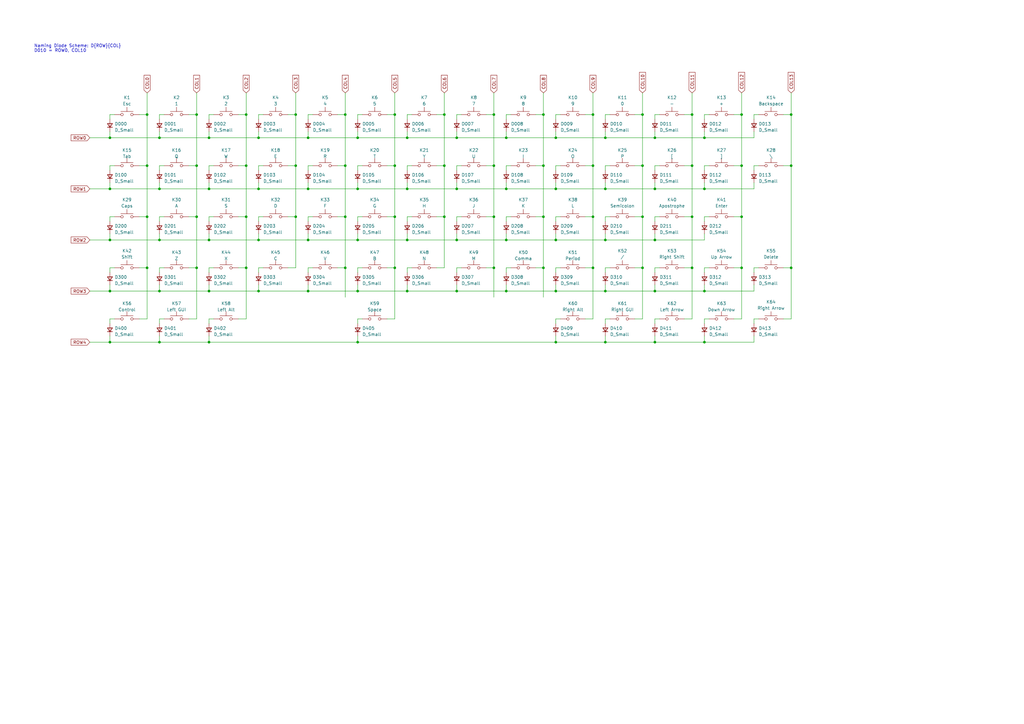
<source format=kicad_sch>
(kicad_sch (version 20230121) (generator eeschema)
  (paper "A3")
  (junction (at 283.845 67.945))
  (junction (at 65.405 140.335))
  (junction (at 167.005 56.515))
  (junction (at 106.045 56.515))
  (junction (at 85.725 119.38))
  (junction (at 45.085 98.425))
  (junction (at 182.245 46.99))
  (junction (at 283.845 46.99))
  (junction (at 227.965 77.47))
  (junction (at 121.285 88.9))
  (junction (at 65.405 98.425))
  (junction (at 106.045 98.425))
  (junction (at 248.285 77.47))
  (junction (at 85.725 77.47))
  (junction (at 85.725 140.335))
  (junction (at 60.325 67.945))
  (junction (at 268.605 140.335))
  (junction (at 80.645 88.9))
  (junction (at 304.165 67.945))
  (junction (at 187.325 119.38))
  (junction (at 126.365 56.515))
  (junction (at 222.885 67.945))
  (junction (at 324.485 67.945))
  (junction (at 146.685 119.38))
  (junction (at 187.325 56.515))
  (junction (at 100.965 88.9))
  (junction (at 268.605 56.515))
  (junction (at 248.285 140.335))
  (junction (at 60.325 46.99))
  (junction (at 167.005 119.38))
  (junction (at 100.965 46.99))
  (junction (at 207.645 98.425))
  (junction (at 263.525 67.945))
  (junction (at 288.925 77.47))
  (junction (at 60.325 109.855))
  (junction (at 146.685 98.425))
  (junction (at 65.405 56.515))
  (junction (at 146.685 140.335))
  (junction (at 187.325 77.47))
  (junction (at 161.925 88.9))
  (junction (at 248.285 98.425))
  (junction (at 45.085 56.515))
  (junction (at 243.205 46.99))
  (junction (at 222.885 109.855))
  (junction (at 146.685 77.47))
  (junction (at 227.965 119.38))
  (junction (at 263.525 109.855))
  (junction (at 304.165 88.9))
  (junction (at 202.565 46.99))
  (junction (at 288.925 140.335))
  (junction (at 268.605 119.38))
  (junction (at 80.645 46.99))
  (junction (at 126.365 119.38))
  (junction (at 141.605 67.945))
  (junction (at 161.925 67.945))
  (junction (at 202.565 109.855))
  (junction (at 187.325 98.425))
  (junction (at 85.725 56.515))
  (junction (at 243.205 88.9))
  (junction (at 268.605 77.47))
  (junction (at 263.525 46.99))
  (junction (at 182.245 88.9))
  (junction (at 126.365 77.47))
  (junction (at 263.525 88.9))
  (junction (at 227.965 56.515))
  (junction (at 167.005 98.425))
  (junction (at 167.005 77.47))
  (junction (at 227.965 98.425))
  (junction (at 60.325 88.9))
  (junction (at 182.245 67.945))
  (junction (at 268.605 98.425))
  (junction (at 100.965 67.945))
  (junction (at 304.165 46.99))
  (junction (at 80.645 67.945))
  (junction (at 100.965 109.855))
  (junction (at 85.725 98.425))
  (junction (at 202.565 67.945))
  (junction (at 222.885 46.99))
  (junction (at 141.605 46.99))
  (junction (at 288.925 56.515))
  (junction (at 207.645 77.47))
  (junction (at 283.845 88.9))
  (junction (at 45.085 119.38))
  (junction (at 45.085 77.47))
  (junction (at 227.965 140.335))
  (junction (at 324.485 109.855))
  (junction (at 65.405 119.38))
  (junction (at 248.285 56.515))
  (junction (at 207.645 119.38))
  (junction (at 45.085 140.335))
  (junction (at 106.045 119.38))
  (junction (at 80.645 109.855))
  (junction (at 106.045 77.47))
  (junction (at 283.845 109.855))
  (junction (at 161.925 46.99))
  (junction (at 141.605 88.9))
  (junction (at 222.885 88.9))
  (junction (at 126.365 98.425))
  (junction (at 141.605 109.855))
  (junction (at 202.565 88.9))
  (junction (at 161.925 109.855))
  (junction (at 65.405 77.47))
  (junction (at 324.485 46.99))
  (junction (at 248.285 119.38))
  (junction (at 304.165 109.855))
  (junction (at 121.285 67.945))
  (junction (at 121.285 46.99))
  (junction (at 243.205 109.855))
  (junction (at 146.685 56.515))
  (junction (at 243.205 67.945))
  (junction (at 207.645 56.515))
  (junction (at 288.925 119.38))
  (wire (pts (xy 270.51 46.99) (xy 268.605 46.99)))
  (wire (pts (xy 146.685 88.9) (xy 146.685 90.805)))
  (wire (pts (xy 65.405 130.81) (xy 65.405 132.715)))
  (wire (pts (xy 45.085 98.425) (xy 65.405 98.425)))
  (wire (pts (xy 85.725 116.84) (xy 85.725 119.38)))
  (wire (pts (xy 118.11 109.855) (xy 121.285 109.855)))
  (wire (pts (xy 106.045 46.99) (xy 106.045 48.895)))
  (wire (pts (xy 229.87 109.855) (xy 227.965 109.855)))
  (wire (pts (xy 309.245 137.795) (xy 309.245 140.335)))
  (wire (pts (xy 77.47 109.855) (xy 80.645 109.855)))
  (wire (pts (xy 304.165 38.1) (xy 304.165 46.99)))
  (wire (pts (xy 146.685 140.335) (xy 227.965 140.335)))
  (wire (pts (xy 179.07 88.9) (xy 182.245 88.9)))
  (wire (pts (xy 248.285 98.425) (xy 268.605 98.425)))
  (wire (pts (xy 80.645 88.9) (xy 80.645 109.855)))
  (wire (pts (xy 283.845 109.855) (xy 283.845 130.81)))
  (wire (pts (xy 202.565 88.9) (xy 202.565 109.855)))
  (wire (pts (xy 311.15 46.99) (xy 309.245 46.99)))
  (wire (pts (xy 207.645 67.945) (xy 207.645 69.85)))
  (wire (pts (xy 268.605 130.81) (xy 268.605 132.715)))
  (wire (pts (xy 167.005 119.38) (xy 187.325 119.38)))
  (wire (pts (xy 146.685 109.855) (xy 146.685 111.76)))
  (wire (pts (xy 288.925 77.47) (xy 309.245 77.47)))
  (wire (pts (xy 187.325 46.99) (xy 187.325 48.895)))
  (wire (pts (xy 304.165 88.9) (xy 304.165 109.855)))
  (wire (pts (xy 57.15 67.945) (xy 60.325 67.945)))
  (wire (pts (xy 106.045 77.47) (xy 126.365 77.47)))
  (wire (pts (xy 268.605 67.945) (xy 268.605 69.85)))
  (wire (pts (xy 65.405 95.885) (xy 65.405 98.425)))
  (wire (pts (xy 161.925 38.1) (xy 161.925 46.99)))
  (wire (pts (xy 288.925 46.99) (xy 288.925 48.895)))
  (wire (pts (xy 77.47 130.81) (xy 80.645 130.81)))
  (wire (pts (xy 243.205 46.99) (xy 243.205 67.945)))
  (wire (pts (xy 107.95 109.855) (xy 106.045 109.855)))
  (wire (pts (xy 65.405 88.9) (xy 65.405 90.805)))
  (wire (pts (xy 167.005 98.425) (xy 187.325 98.425)))
  (wire (pts (xy 187.325 74.93) (xy 187.325 77.47)))
  (wire (pts (xy 199.39 67.945) (xy 202.565 67.945)))
  (wire (pts (xy 179.07 109.855) (xy 182.245 109.855)))
  (wire (pts (xy 126.365 98.425) (xy 146.685 98.425)))
  (wire (pts (xy 209.55 67.945) (xy 207.645 67.945)))
  (wire (pts (xy 304.165 67.945) (xy 304.165 88.9)))
  (wire (pts (xy 57.15 88.9) (xy 60.325 88.9)))
  (wire (pts (xy 179.07 67.945) (xy 182.245 67.945)))
  (wire (pts (xy 260.35 130.81) (xy 263.525 130.81)))
  (wire (pts (xy 229.87 67.945) (xy 227.965 67.945)))
  (wire (pts (xy 227.965 56.515) (xy 248.285 56.515)))
  (wire (pts (xy 121.285 38.1) (xy 121.285 46.99)))
  (wire (pts (xy 300.99 67.945) (xy 304.165 67.945)))
  (wire (pts (xy 229.87 46.99) (xy 227.965 46.99)))
  (wire (pts (xy 202.565 38.1) (xy 202.565 46.99)))
  (wire (pts (xy 146.685 74.93) (xy 146.685 77.47)))
  (wire (pts (xy 290.83 46.99) (xy 288.925 46.99)))
  (wire (pts (xy 118.11 67.945) (xy 121.285 67.945)))
  (wire (pts (xy 167.005 53.975) (xy 167.005 56.515)))
  (wire (pts (xy 263.525 46.99) (xy 263.525 67.945)))
  (wire (pts (xy 187.325 88.9) (xy 187.325 90.805)))
  (wire (pts (xy 227.965 67.945) (xy 227.965 69.85)))
  (wire (pts (xy 45.085 137.795) (xy 45.085 140.335)))
  (wire (pts (xy 219.71 46.99) (xy 222.885 46.99)))
  (wire (pts (xy 270.51 130.81) (xy 268.605 130.81)))
  (wire (pts (xy 138.43 67.945) (xy 141.605 67.945)))
  (wire (pts (xy 45.085 119.38) (xy 65.405 119.38)))
  (wire (pts (xy 227.965 140.335) (xy 248.285 140.335)))
  (wire (pts (xy 107.95 88.9) (xy 106.045 88.9)))
  (wire (pts (xy 87.63 46.99) (xy 85.725 46.99)))
  (wire (pts (xy 85.725 130.81) (xy 85.725 132.715)))
  (wire (pts (xy 309.245 53.975) (xy 309.245 56.515)))
  (wire (pts (xy 189.23 109.855) (xy 187.325 109.855)))
  (wire (pts (xy 106.045 109.855) (xy 106.045 111.76)))
  (wire (pts (xy 141.605 109.855) (xy 141.605 121.92)))
  (wire (pts (xy 126.365 77.47) (xy 146.685 77.47)))
  (wire (pts (xy 227.965 46.99) (xy 227.965 48.895)))
  (wire (pts (xy 227.965 119.38) (xy 248.285 119.38)))
  (wire (pts (xy 118.11 88.9) (xy 121.285 88.9)))
  (wire (pts (xy 288.925 137.795) (xy 288.925 140.335)))
  (wire (pts (xy 182.245 38.1) (xy 182.245 46.99)))
  (wire (pts (xy 65.405 137.795) (xy 65.405 140.335)))
  (wire (pts (xy 268.605 109.855) (xy 268.605 111.76)))
  (wire (pts (xy 60.325 38.1) (xy 60.325 46.99)))
  (wire (pts (xy 229.87 88.9) (xy 227.965 88.9)))
  (wire (pts (xy 126.365 88.9) (xy 126.365 90.805)))
  (wire (pts (xy 263.525 109.855) (xy 263.525 130.81)))
  (wire (pts (xy 187.325 77.47) (xy 207.645 77.47)))
  (wire (pts (xy 126.365 109.855) (xy 126.365 111.76)))
  (wire (pts (xy 167.005 56.515) (xy 187.325 56.515)))
  (wire (pts (xy 248.285 88.9) (xy 248.285 90.805)))
  (wire (pts (xy 250.19 67.945) (xy 248.285 67.945)))
  (wire (pts (xy 321.31 130.81) (xy 324.485 130.81)))
  (wire (pts (xy 300.99 46.99) (xy 304.165 46.99)))
  (wire (pts (xy 311.15 67.945) (xy 309.245 67.945)))
  (wire (pts (xy 45.085 109.855) (xy 45.085 111.76)))
  (wire (pts (xy 60.325 67.945) (xy 60.325 88.9)))
  (wire (pts (xy 100.965 38.1) (xy 100.965 46.99)))
  (wire (pts (xy 107.95 67.945) (xy 106.045 67.945)))
  (wire (pts (xy 207.645 95.885) (xy 207.645 98.425)))
  (wire (pts (xy 146.685 130.81) (xy 146.685 132.715)))
  (wire (pts (xy 65.405 109.855) (xy 65.405 111.76)))
  (wire (pts (xy 219.71 109.855) (xy 222.885 109.855)))
  (wire (pts (xy 207.645 116.84) (xy 207.645 119.38)))
  (wire (pts (xy 187.325 98.425) (xy 207.645 98.425)))
  (wire (pts (xy 45.085 67.945) (xy 45.085 69.85)))
  (wire (pts (xy 227.965 88.9) (xy 227.965 90.805)))
  (wire (pts (xy 199.39 46.99) (xy 202.565 46.99)))
  (wire (pts (xy 187.325 67.945) (xy 187.325 69.85)))
  (wire (pts (xy 146.685 95.885) (xy 146.685 98.425)))
  (wire (pts (xy 248.285 77.47) (xy 268.605 77.47)))
  (wire (pts (xy 202.565 109.855) (xy 202.565 121.92)))
  (wire (pts (xy 65.405 98.425) (xy 85.725 98.425)))
  (wire (pts (xy 240.03 67.945) (xy 243.205 67.945)))
  (wire (pts (xy 65.405 53.975) (xy 65.405 56.515)))
  (wire (pts (xy 126.365 95.885) (xy 126.365 98.425)))
  (wire (pts (xy 288.925 140.335) (xy 309.245 140.335)))
  (wire (pts (xy 182.245 46.99) (xy 182.245 67.945)))
  (wire (pts (xy 300.99 130.81) (xy 304.165 130.81)))
  (wire (pts (xy 189.23 46.99) (xy 187.325 46.99)))
  (wire (pts (xy 87.63 67.945) (xy 85.725 67.945)))
  (wire (pts (xy 202.565 46.99) (xy 202.565 67.945)))
  (wire (pts (xy 222.885 46.99) (xy 222.885 67.945)))
  (wire (pts (xy 309.245 130.81) (xy 309.245 132.715)))
  (wire (pts (xy 300.99 88.9) (xy 304.165 88.9)))
  (wire (pts (xy 288.925 88.9) (xy 288.925 90.805)))
  (wire (pts (xy 85.725 46.99) (xy 85.725 48.895)))
  (wire (pts (xy 283.845 38.1) (xy 283.845 46.99)))
  (wire (pts (xy 248.285 46.99) (xy 248.285 48.895)))
  (wire (pts (xy 126.365 119.38) (xy 146.685 119.38)))
  (wire (pts (xy 167.005 88.9) (xy 167.005 90.805)))
  (wire (pts (xy 270.51 88.9) (xy 268.605 88.9)))
  (wire (pts (xy 146.685 46.99) (xy 146.685 48.895)))
  (wire (pts (xy 168.91 88.9) (xy 167.005 88.9)))
  (wire (pts (xy 300.99 109.855) (xy 304.165 109.855)))
  (wire (pts (xy 250.19 130.81) (xy 248.285 130.81)))
  (wire (pts (xy 106.045 119.38) (xy 126.365 119.38)))
  (wire (pts (xy 118.11 46.99) (xy 121.285 46.99)))
  (wire (pts (xy 199.39 109.855) (xy 202.565 109.855)))
  (wire (pts (xy 161.925 109.855) (xy 161.925 130.81)))
  (wire (pts (xy 46.99 88.9) (xy 45.085 88.9)))
  (wire (pts (xy 36.83 119.38) (xy 45.085 119.38)))
  (wire (pts (xy 187.325 119.38) (xy 207.645 119.38)))
  (wire (pts (xy 128.27 88.9) (xy 126.365 88.9)))
  (wire (pts (xy 107.95 46.99) (xy 106.045 46.99)))
  (wire (pts (xy 288.925 74.93) (xy 288.925 77.47)))
  (wire (pts (xy 45.085 53.975) (xy 45.085 56.515)))
  (wire (pts (xy 324.485 109.855) (xy 324.485 130.81)))
  (wire (pts (xy 268.605 88.9) (xy 268.605 90.805)))
  (wire (pts (xy 100.965 67.945) (xy 100.965 88.9)))
  (wire (pts (xy 179.07 46.99) (xy 182.245 46.99)))
  (wire (pts (xy 283.845 88.9) (xy 283.845 109.855)))
  (wire (pts (xy 85.725 140.335) (xy 146.685 140.335)))
  (wire (pts (xy 219.71 88.9) (xy 222.885 88.9)))
  (wire (pts (xy 227.965 98.425) (xy 248.285 98.425)))
  (wire (pts (xy 106.045 88.9) (xy 106.045 90.805)))
  (wire (pts (xy 250.19 88.9) (xy 248.285 88.9)))
  (wire (pts (xy 87.63 88.9) (xy 85.725 88.9)))
  (wire (pts (xy 207.645 56.515) (xy 227.965 56.515)))
  (wire (pts (xy 45.085 140.335) (xy 65.405 140.335)))
  (wire (pts (xy 207.645 98.425) (xy 227.965 98.425)))
  (wire (pts (xy 248.285 56.515) (xy 268.605 56.515)))
  (wire (pts (xy 222.885 38.1) (xy 222.885 46.99)))
  (wire (pts (xy 106.045 74.93) (xy 106.045 77.47)))
  (wire (pts (xy 80.645 109.855) (xy 80.645 130.81)))
  (wire (pts (xy 85.725 67.945) (xy 85.725 69.85)))
  (wire (pts (xy 168.91 67.945) (xy 167.005 67.945)))
  (wire (pts (xy 248.285 116.84) (xy 248.285 119.38)))
  (wire (pts (xy 268.605 56.515) (xy 288.925 56.515)))
  (wire (pts (xy 65.405 119.38) (xy 85.725 119.38)))
  (wire (pts (xy 268.605 140.335) (xy 288.925 140.335)))
  (wire (pts (xy 85.725 77.47) (xy 106.045 77.47)))
  (wire (pts (xy 161.925 88.9) (xy 161.925 109.855)))
  (wire (pts (xy 45.085 95.885) (xy 45.085 98.425)))
  (wire (pts (xy 227.965 130.81) (xy 227.965 132.715)))
  (wire (pts (xy 248.285 53.975) (xy 248.285 56.515)))
  (wire (pts (xy 65.405 77.47) (xy 85.725 77.47)))
  (wire (pts (xy 304.165 109.855) (xy 304.165 130.81)))
  (wire (pts (xy 126.365 56.515) (xy 146.685 56.515)))
  (wire (pts (xy 45.085 74.93) (xy 45.085 77.47)))
  (wire (pts (xy 100.965 88.9) (xy 100.965 109.855)))
  (wire (pts (xy 77.47 67.945) (xy 80.645 67.945)))
  (wire (pts (xy 36.83 77.47) (xy 45.085 77.47)))
  (wire (pts (xy 46.99 109.855) (xy 45.085 109.855)))
  (wire (pts (xy 65.405 56.515) (xy 85.725 56.515)))
  (wire (pts (xy 227.965 137.795) (xy 227.965 140.335)))
  (wire (pts (xy 268.605 137.795) (xy 268.605 140.335)))
  (wire (pts (xy 288.925 116.84) (xy 288.925 119.38)))
  (wire (pts (xy 167.005 67.945) (xy 167.005 69.85)))
  (wire (pts (xy 138.43 88.9) (xy 141.605 88.9)))
  (wire (pts (xy 65.405 140.335) (xy 85.725 140.335)))
  (wire (pts (xy 309.245 116.84) (xy 309.245 119.38)))
  (wire (pts (xy 146.685 77.47) (xy 167.005 77.47)))
  (wire (pts (xy 36.83 56.515) (xy 45.085 56.515)))
  (wire (pts (xy 121.285 46.99) (xy 121.285 67.945)))
  (wire (pts (xy 209.55 46.99) (xy 207.645 46.99)))
  (wire (pts (xy 138.43 109.855) (xy 141.605 109.855)))
  (wire (pts (xy 45.085 46.99) (xy 45.085 48.895)))
  (wire (pts (xy 280.67 130.81) (xy 283.845 130.81)))
  (wire (pts (xy 46.99 67.945) (xy 45.085 67.945)))
  (wire (pts (xy 67.31 67.945) (xy 65.405 67.945)))
  (wire (pts (xy 290.83 130.81) (xy 288.925 130.81)))
  (wire (pts (xy 161.925 46.99) (xy 161.925 67.945)))
  (wire (pts (xy 87.63 109.855) (xy 85.725 109.855)))
  (wire (pts (xy 148.59 109.855) (xy 146.685 109.855)))
  (wire (pts (xy 270.51 67.945) (xy 268.605 67.945)))
  (wire (pts (xy 288.925 130.81) (xy 288.925 132.715)))
  (wire (pts (xy 207.645 74.93) (xy 207.645 77.47)))
  (wire (pts (xy 207.645 53.975) (xy 207.645 56.515)))
  (wire (pts (xy 243.205 109.855) (xy 243.205 130.81)))
  (wire (pts (xy 85.725 109.855) (xy 85.725 111.76)))
  (wire (pts (xy 263.525 67.945) (xy 263.525 88.9)))
  (wire (pts (xy 146.685 116.84) (xy 146.685 119.38)))
  (wire (pts (xy 128.27 109.855) (xy 126.365 109.855)))
  (wire (pts (xy 65.405 74.93) (xy 65.405 77.47)))
  (wire (pts (xy 121.285 67.945) (xy 121.285 88.9)))
  (wire (pts (xy 280.67 46.99) (xy 283.845 46.99)))
  (wire (pts (xy 324.485 67.945) (xy 324.485 109.855)))
  (wire (pts (xy 187.325 116.84) (xy 187.325 119.38)))
  (wire (pts (xy 182.245 67.945) (xy 182.245 88.9)))
  (wire (pts (xy 283.845 46.99) (xy 283.845 67.945)))
  (wire (pts (xy 248.285 140.335) (xy 268.605 140.335)))
  (wire (pts (xy 146.685 119.38) (xy 167.005 119.38)))
  (wire (pts (xy 148.59 88.9) (xy 146.685 88.9)))
  (wire (pts (xy 60.325 46.99) (xy 60.325 67.945)))
  (wire (pts (xy 227.965 116.84) (xy 227.965 119.38)))
  (wire (pts (xy 45.085 130.81) (xy 45.085 132.715)))
  (wire (pts (xy 187.325 109.855) (xy 187.325 111.76)))
  (wire (pts (xy 141.605 38.1) (xy 141.605 46.99)))
  (wire (pts (xy 146.685 56.515) (xy 167.005 56.515)))
  (wire (pts (xy 268.605 98.425) (xy 288.925 98.425)))
  (wire (pts (xy 248.285 130.81) (xy 248.285 132.715)))
  (wire (pts (xy 268.605 53.975) (xy 268.605 56.515)))
  (wire (pts (xy 270.51 109.855) (xy 268.605 109.855)))
  (wire (pts (xy 65.405 67.945) (xy 65.405 69.85)))
  (wire (pts (xy 65.405 46.99) (xy 65.405 48.895)))
  (wire (pts (xy 128.27 67.945) (xy 126.365 67.945)))
  (wire (pts (xy 126.365 74.93) (xy 126.365 77.47)))
  (wire (pts (xy 268.605 119.38) (xy 288.925 119.38)))
  (wire (pts (xy 288.925 67.945) (xy 288.925 69.85)))
  (wire (pts (xy 100.965 46.99) (xy 100.965 67.945)))
  (wire (pts (xy 290.83 88.9) (xy 288.925 88.9)))
  (wire (pts (xy 288.925 56.515) (xy 309.245 56.515)))
  (wire (pts (xy 87.63 130.81) (xy 85.725 130.81)))
  (wire (pts (xy 161.925 67.945) (xy 161.925 88.9)))
  (wire (pts (xy 227.965 109.855) (xy 227.965 111.76)))
  (wire (pts (xy 106.045 67.945) (xy 106.045 69.85)))
  (wire (pts (xy 168.91 109.855) (xy 167.005 109.855)))
  (wire (pts (xy 106.045 53.975) (xy 106.045 56.515)))
  (wire (pts (xy 268.605 95.885) (xy 268.605 98.425)))
  (wire (pts (xy 240.03 88.9) (xy 243.205 88.9)))
  (wire (pts (xy 222.885 67.945) (xy 222.885 88.9)))
  (wire (pts (xy 260.35 46.99) (xy 263.525 46.99)))
  (wire (pts (xy 187.325 56.515) (xy 207.645 56.515)))
  (wire (pts (xy 36.83 140.335) (xy 45.085 140.335)))
  (wire (pts (xy 309.245 46.99) (xy 309.245 48.895)))
  (wire (pts (xy 288.925 95.885) (xy 288.925 98.425)))
  (wire (pts (xy 321.31 67.945) (xy 324.485 67.945)))
  (wire (pts (xy 199.39 88.9) (xy 202.565 88.9)))
  (wire (pts (xy 207.645 88.9) (xy 207.645 90.805)))
  (wire (pts (xy 148.59 67.945) (xy 146.685 67.945)))
  (wire (pts (xy 158.75 130.81) (xy 161.925 130.81)))
  (wire (pts (xy 240.03 130.81) (xy 243.205 130.81)))
  (wire (pts (xy 158.75 88.9) (xy 161.925 88.9)))
  (wire (pts (xy 207.645 77.47) (xy 227.965 77.47)))
  (wire (pts (xy 148.59 46.99) (xy 146.685 46.99)))
  (wire (pts (xy 126.365 53.975) (xy 126.365 56.515)))
  (wire (pts (xy 167.005 46.99) (xy 167.005 48.895)))
  (wire (pts (xy 80.645 46.99) (xy 80.645 67.945)))
  (wire (pts (xy 46.99 46.99) (xy 45.085 46.99)))
  (wire (pts (xy 141.605 67.945) (xy 141.605 88.9)))
  (wire (pts (xy 67.31 46.99) (xy 65.405 46.99)))
  (wire (pts (xy 219.71 67.945) (xy 222.885 67.945)))
  (wire (pts (xy 229.87 130.81) (xy 227.965 130.81)))
  (wire (pts (xy 248.285 137.795) (xy 248.285 140.335)))
  (wire (pts (xy 167.005 116.84) (xy 167.005 119.38)))
  (wire (pts (xy 126.365 46.99) (xy 126.365 48.895)))
  (wire (pts (xy 106.045 56.515) (xy 126.365 56.515)))
  (wire (pts (xy 309.245 67.945) (xy 309.245 69.85)))
  (wire (pts (xy 240.03 109.855) (xy 243.205 109.855)))
  (wire (pts (xy 57.15 130.81) (xy 60.325 130.81)))
  (wire (pts (xy 290.83 67.945) (xy 288.925 67.945)))
  (wire (pts (xy 80.645 67.945) (xy 80.645 88.9)))
  (wire (pts (xy 146.685 98.425) (xy 167.005 98.425)))
  (wire (pts (xy 189.23 88.9) (xy 187.325 88.9)))
  (wire (pts (xy 250.19 46.99) (xy 248.285 46.99)))
  (wire (pts (xy 227.965 53.975) (xy 227.965 56.515)))
  (wire (pts (xy 85.725 95.885) (xy 85.725 98.425)))
  (wire (pts (xy 67.31 88.9) (xy 65.405 88.9)))
  (wire (pts (xy 126.365 116.84) (xy 126.365 119.38)))
  (wire (pts (xy 60.325 109.855) (xy 60.325 130.81)))
  (wire (pts (xy 187.325 95.885) (xy 187.325 98.425)))
  (wire (pts (xy 222.885 88.9) (xy 222.885 109.855)))
  (wire (pts (xy 85.725 137.795) (xy 85.725 140.335)))
  (wire (pts (xy 283.845 67.945) (xy 283.845 88.9)))
  (wire (pts (xy 167.005 77.47) (xy 187.325 77.47)))
  (wire (pts (xy 268.605 116.84) (xy 268.605 119.38)))
  (wire (pts (xy 250.19 109.855) (xy 248.285 109.855)))
  (wire (pts (xy 248.285 67.945) (xy 248.285 69.85)))
  (wire (pts (xy 227.965 95.885) (xy 227.965 98.425)))
  (wire (pts (xy 207.645 119.38) (xy 227.965 119.38)))
  (wire (pts (xy 182.245 88.9) (xy 182.245 109.855)))
  (wire (pts (xy 45.085 77.47) (xy 65.405 77.47)))
  (wire (pts (xy 222.885 109.855) (xy 222.885 121.92)))
  (wire (pts (xy 138.43 46.99) (xy 141.605 46.99)))
  (wire (pts (xy 263.525 88.9) (xy 263.525 109.855)))
  (wire (pts (xy 146.685 137.795) (xy 146.685 140.335)))
  (wire (pts (xy 189.23 67.945) (xy 187.325 67.945)))
  (wire (pts (xy 148.59 130.81) (xy 146.685 130.81)))
  (wire (pts (xy 243.205 38.1) (xy 243.205 46.99)))
  (wire (pts (xy 36.83 98.425) (xy 45.085 98.425)))
  (wire (pts (xy 260.35 88.9) (xy 263.525 88.9)))
  (wire (pts (xy 60.325 88.9) (xy 60.325 109.855)))
  (wire (pts (xy 77.47 46.99) (xy 80.645 46.99)))
  (wire (pts (xy 321.31 109.855) (xy 324.485 109.855)))
  (wire (pts (xy 158.75 109.855) (xy 161.925 109.855)))
  (wire (pts (xy 85.725 119.38) (xy 106.045 119.38)))
  (wire (pts (xy 309.245 109.855) (xy 309.245 111.76)))
  (wire (pts (xy 207.645 46.99) (xy 207.645 48.895)))
  (wire (pts (xy 280.67 88.9) (xy 283.845 88.9)))
  (wire (pts (xy 57.15 109.855) (xy 60.325 109.855)))
  (wire (pts (xy 209.55 109.855) (xy 207.645 109.855)))
  (wire (pts (xy 106.045 116.84) (xy 106.045 119.38)))
  (wire (pts (xy 227.965 77.47) (xy 248.285 77.47)))
  (wire (pts (xy 106.045 95.885) (xy 106.045 98.425)))
  (wire (pts (xy 248.285 74.93) (xy 248.285 77.47)))
  (wire (pts (xy 97.79 88.9) (xy 100.965 88.9)))
  (wire (pts (xy 57.15 46.99) (xy 60.325 46.99)))
  (wire (pts (xy 85.725 74.93) (xy 85.725 77.47)))
  (wire (pts (xy 45.085 116.84) (xy 45.085 119.38)))
  (wire (pts (xy 121.285 88.9) (xy 121.285 109.855)))
  (wire (pts (xy 243.205 88.9) (xy 243.205 109.855)))
  (wire (pts (xy 248.285 95.885) (xy 248.285 98.425)))
  (wire (pts (xy 268.605 77.47) (xy 288.925 77.47)))
  (wire (pts (xy 227.965 74.93) (xy 227.965 77.47)))
  (wire (pts (xy 77.47 88.9) (xy 80.645 88.9)))
  (wire (pts (xy 141.605 88.9) (xy 141.605 109.855)))
  (wire (pts (xy 324.485 38.1) (xy 324.485 46.99)))
  (wire (pts (xy 268.605 46.99) (xy 268.605 48.895)))
  (wire (pts (xy 280.67 67.945) (xy 283.845 67.945)))
  (wire (pts (xy 85.725 98.425) (xy 106.045 98.425)))
  (wire (pts (xy 80.645 38.1) (xy 80.645 46.99)))
  (wire (pts (xy 280.67 109.855) (xy 283.845 109.855)))
  (wire (pts (xy 207.645 109.855) (xy 207.645 111.76)))
  (wire (pts (xy 67.31 130.81) (xy 65.405 130.81)))
  (wire (pts (xy 85.725 88.9) (xy 85.725 90.805)))
  (wire (pts (xy 158.75 46.99) (xy 161.925 46.99)))
  (wire (pts (xy 45.085 88.9) (xy 45.085 90.805)))
  (wire (pts (xy 146.685 53.975) (xy 146.685 56.515)))
  (wire (pts (xy 202.565 67.945) (xy 202.565 88.9)))
  (wire (pts (xy 288.925 119.38) (xy 309.245 119.38)))
  (wire (pts (xy 187.325 53.975) (xy 187.325 56.515)))
  (wire (pts (xy 240.03 46.99) (xy 243.205 46.99)))
  (wire (pts (xy 128.27 46.99) (xy 126.365 46.99)))
  (wire (pts (xy 288.925 53.975) (xy 288.925 56.515)))
  (wire (pts (xy 106.045 98.425) (xy 126.365 98.425)))
  (wire (pts (xy 158.75 67.945) (xy 161.925 67.945)))
  (wire (pts (xy 141.605 46.99) (xy 141.605 67.945)))
  (wire (pts (xy 288.925 109.855) (xy 288.925 111.76)))
  (wire (pts (xy 209.55 88.9) (xy 207.645 88.9)))
  (wire (pts (xy 263.525 38.1) (xy 263.525 46.99)))
  (wire (pts (xy 268.605 74.93) (xy 268.605 77.47)))
  (wire (pts (xy 46.99 130.81) (xy 45.085 130.81)))
  (wire (pts (xy 248.285 109.855) (xy 248.285 111.76)))
  (wire (pts (xy 97.79 109.855) (xy 100.965 109.855)))
  (wire (pts (xy 167.005 109.855) (xy 167.005 111.76)))
  (wire (pts (xy 311.15 130.81) (xy 309.245 130.81)))
  (wire (pts (xy 45.085 56.515) (xy 65.405 56.515)))
  (wire (pts (xy 304.165 46.99) (xy 304.165 67.945)))
  (wire (pts (xy 167.005 95.885) (xy 167.005 98.425)))
  (wire (pts (xy 85.725 56.515) (xy 106.045 56.515)))
  (wire (pts (xy 85.725 53.975) (xy 85.725 56.515)))
  (wire (pts (xy 97.79 67.945) (xy 100.965 67.945)))
  (wire (pts (xy 290.83 109.855) (xy 288.925 109.855)))
  (wire (pts (xy 260.35 109.855) (xy 263.525 109.855)))
  (wire (pts (xy 100.965 109.855) (xy 100.965 130.81)))
  (wire (pts (xy 324.485 46.99) (xy 324.485 67.945)))
  (wire (pts (xy 248.285 119.38) (xy 268.605 119.38)))
  (wire (pts (xy 168.91 46.99) (xy 167.005 46.99)))
  (wire (pts (xy 65.405 116.84) (xy 65.405 119.38)))
  (wire (pts (xy 67.31 109.855) (xy 65.405 109.855)))
  (wire (pts (xy 321.31 46.99) (xy 324.485 46.99)))
  (wire (pts (xy 97.79 46.99) (xy 100.965 46.99)))
  (wire (pts (xy 309.245 74.93) (xy 309.245 77.47)))
  (wire (pts (xy 97.79 130.81) (xy 100.965 130.81)))
  (wire (pts (xy 260.35 67.945) (xy 263.525 67.945)))
  (wire (pts (xy 243.205 67.945) (xy 243.205 88.9)))
  (wire (pts (xy 311.15 109.855) (xy 309.245 109.855)))
  (wire (pts (xy 146.685 67.945) (xy 146.685 69.85)))
  (wire (pts (xy 167.005 74.93) (xy 167.005 77.47)))
  (wire (pts (xy 126.365 67.945) (xy 126.365 69.85)))
  (text "D010 = ROW0, COL10" (at 13.97 21.59 0) (effects (font (size 1.27 1.27)) (justify left bottom)))
  (text "Naming Diode Scheme: D{ROW}{COL}" (at 13.97 19.685 0) (effects (font (size 1.27 1.27)) (justify left bottom)))
  (global_label "COL6" (shape input) (at 182.245 38.1 90) (property "Intersheetrefs" "${INTERSHEET_REFS}" (effects hide)))
  (global_label "COL10" (shape input) (at 263.525 38.1 90) (property "Intersheetrefs" "${INTERSHEET_REFS}" (effects hide)))
  (global_label "ROW2" (shape input) (at 36.83 98.425 180) (property "Intersheetrefs" "${INTERSHEET_REFS}" (effects hide)))
  (global_label "ROW3" (shape input) (at 36.83 119.38 180) (property "Intersheetrefs" "${INTERSHEET_REFS}" (effects hide)))
  (global_label "COL12" (shape input) (at 304.165 38.1 90) (property "Intersheetrefs" "${INTERSHEET_REFS}" (effects hide)))
  (global_label "COL1" (shape input) (at 80.645 38.1 90) (property "Intersheetrefs" "${INTERSHEET_REFS}" (effects hide)))
  (global_label "ROW1" (shape input) (at 36.83 77.47 180) (property "Intersheetrefs" "${INTERSHEET_REFS}" (effects hide)))
  (global_label "COL3" (shape input) (at 121.285 38.1 90) (property "Intersheetrefs" "${INTERSHEET_REFS}" (effects hide)))
  (global_label "COL4" (shape input) (at 141.605 38.1 90) (property "Intersheetrefs" "${INTERSHEET_REFS}" (effects hide)))
  (global_label "COL11" (shape input) (at 283.845 38.1 90) (property "Intersheetrefs" "${INTERSHEET_REFS}" (effects hide)))
  (global_label "COL2" (shape input) (at 100.965 38.1 90) (property "Intersheetrefs" "${INTERSHEET_REFS}" (effects hide)))
  (global_label "COL0" (shape input) (at 60.325 38.1 90) (property "Intersheetrefs" "${INTERSHEET_REFS}" (effects hide)))
  (global_label "COL5" (shape input) (at 161.925 38.1 90) (property "Intersheetrefs" "${INTERSHEET_REFS}" (effects hide)))
  (global_label "ROW0" (shape input) (at 36.83 56.515 180) (property "Intersheetrefs" "${INTERSHEET_REFS}" (effects hide)))
  (global_label "ROW4" (shape input) (at 36.83 140.335 180) (property "Intersheetrefs" "${INTERSHEET_REFS}" (effects hide)))
  (global_label "COL13" (shape input) (at 324.485 38.1 90) (property "Intersheetrefs" "${INTERSHEET_REFS}" (effects hide)))
  (global_label "COL9" (shape input) (at 243.205 38.1 90) (property "Intersheetrefs" "${INTERSHEET_REFS}" (effects hide)))
  (global_label "COL8" (shape input) (at 222.885 38.1 90) (property "Intersheetrefs" "${INTERSHEET_REFS}" (effects hide)))
  (global_label "COL7" (shape input) (at 202.565 38.1 90) (property "Intersheetrefs" "${INTERSHEET_REFS}" (effects hide)))
  (symbol (lib_id "Device:D_Small") (at 268.605 135.255 90) (unit 1)
    (property "Reference" "D411" (at 270.51 134.62 90) (effects (justify right)))
    (property "Value" "D_Small" (at 270.51 137.16 90) (effects (justify right)))
    (property "Footprint" "Diode_SMD:D_SOD-123" (effects hide))
    (property "Sim.Device" "D" (effects hide))
    (property "Sim.Pins" "1=K 2=A" (effects hide))
  )
  (symbol (lib_id "Device:D_Small") (at 268.605 114.3 90) (unit 1)
    (property "Reference" "D311" (at 270.51 113.665 90) (effects (justify right)))
    (property "Value" "D_Small" (at 270.51 116.205 90) (effects (justify right)))
    (property "Footprint" "Diode_SMD:D_SOD-123" (effects hide))
    (property "Sim.Device" "D" (effects hide))
    (property "Sim.Pins" "1=K 2=A" (effects hide))
  )
  (symbol (lib_id "Device:D_Small") (at 106.045 93.345 90) (unit 1)
    (property "Reference" "D203" (at 107.95 92.71 90) (effects (justify right)))
    (property "Value" "D_Small" (at 107.95 95.25 90) (effects (justify right)))
    (property "Footprint" "Diode_SMD:D_SOD-123" (effects hide))
    (property "Sim.Device" "D" (effects hide))
    (property "Sim.Pins" "1=K 2=A" (effects hide))
  )
  (symbol (lib_id "Switch:SW_Push") (at 72.39 130.81 0) (unit 1)
    (property "Reference" "K57" (at 72.39 124.46 0))
    (property "Value" "Left GUI" (at 72.39 127 0))
    (property "Footprint" "MX_Only:MXOnly-1.25U-Hotswap" (effects hide))
  )
  (symbol (lib_id "Device:D_Small") (at 45.085 93.345 90) (unit 1)
    (property "Reference" "D200" (at 46.99 92.71 90) (effects (justify right)))
    (property "Value" "D_Small" (at 46.99 95.25 90) (effects (justify right)))
    (property "Footprint" "Diode_SMD:D_SOD-123" (effects hide))
    (property "Sim.Device" "D" (effects hide))
    (property "Sim.Pins" "1=K 2=A" (effects hide))
  )
  (symbol (lib_id "Switch:SW_Push") (at 275.59 46.99 0) (unit 1)
    (property "Reference" "K12" (at 275.59 40.005 0))
    (property "Value" "-" (at 275.59 42.545 0))
    (property "Footprint" "MX_Only:MXOnly-1U-Hotswap" (effects hide))
  )
  (symbol (lib_id "Switch:SW_Push") (at 295.91 88.9 0) (unit 1)
    (property "Reference" "K41" (at 295.91 81.915 0))
    (property "Value" "Enter" (at 295.91 84.455 0))
    (property "Footprint" "MX_Only:MXOnly-2.25U-Hotswap" (effects hide))
  )
  (symbol (lib_id "Device:D_Small") (at 85.725 93.345 90) (unit 1)
    (property "Reference" "D202" (at 87.63 92.71 90) (effects (justify right)))
    (property "Value" "D_Small" (at 87.63 95.25 90) (effects (justify right)))
    (property "Footprint" "Diode_SMD:D_SOD-123" (effects hide))
    (property "Sim.Device" "D" (effects hide))
    (property "Sim.Pins" "1=K 2=A" (effects hide))
  )
  (symbol (lib_id "Device:D_Small") (at 268.605 51.435 90) (unit 1)
    (property "Reference" "D011" (at 270.51 50.8 90) (effects (justify right)))
    (property "Value" "D_Small" (at 270.51 53.34 90) (effects (justify right)))
    (property "Footprint" "Diode_SMD:D_SOD-123" (effects hide))
    (property "Sim.Device" "D" (effects hide))
    (property "Sim.Pins" "1=K 2=A" (effects hide))
  )
  (symbol (lib_id "Switch:SW_Push") (at 72.39 109.855 0) (unit 1)
    (property "Reference" "K43" (at 72.39 103.505 0))
    (property "Value" "Z" (at 72.39 106.045 0))
    (property "Footprint" "MX_Only:MXOnly-1U-Hotswap" (effects hide))
  )
  (symbol (lib_id "Switch:SW_Push") (at 234.95 109.855 0) (unit 1)
    (property "Reference" "K51" (at 234.95 103.505 0))
    (property "Value" "Period" (at 234.95 106.045 0))
    (property "Footprint" "MX_Only:MXOnly-1U-Hotswap" (effects hide))
  )
  (symbol (lib_id "Device:D_Small") (at 248.285 93.345 90) (unit 1)
    (property "Reference" "D210" (at 250.19 92.71 90) (effects (justify right)))
    (property "Value" "D_Small" (at 250.19 95.25 90) (effects (justify right)))
    (property "Footprint" "Diode_SMD:D_SOD-123" (effects hide))
    (property "Sim.Device" "D" (effects hide))
    (property "Sim.Pins" "1=K 2=A" (effects hide))
  )
  (symbol (lib_id "Switch:SW_Push") (at 234.95 46.99 0) (unit 1)
    (property "Reference" "K10" (at 234.95 40.005 0))
    (property "Value" "9" (at 234.95 42.545 0))
    (property "Footprint" "MX_Only:MXOnly-1U-Hotswap" (effects hide))
  )
  (symbol (lib_id "Switch:SW_Push") (at 275.59 130.81 0) (unit 1)
    (property "Reference" "K62" (at 275.59 124.46 0))
    (property "Value" "Left Arrow" (at 275.59 127 0))
    (property "Footprint" "MX_Only:MXOnly-1U-Hotswap" (effects hide))
  )
  (symbol (lib_id "Switch:SW_Push") (at 113.03 109.855 0) (unit 1)
    (property "Reference" "K45" (at 113.03 103.505 0))
    (property "Value" "C" (at 113.03 106.045 0))
    (property "Footprint" "MX_Only:MXOnly-1U-Hotswap" (effects hide))
  )
  (symbol (lib_id "Device:D_Small") (at 167.005 114.3 90) (unit 1)
    (property "Reference" "D306" (at 168.91 113.665 90) (effects (justify right)))
    (property "Value" "D_Small" (at 168.91 116.205 90) (effects (justify right)))
    (property "Footprint" "Diode_SMD:D_SOD-123" (effects hide))
    (property "Sim.Device" "D" (effects hide))
    (property "Sim.Pins" "1=K 2=A" (effects hide))
  )
  (symbol (lib_id "Switch:SW_Push") (at 92.71 88.9 0) (unit 1)
    (property "Reference" "K31" (at 92.71 81.915 0))
    (property "Value" "S" (at 92.71 84.455 0))
    (property "Footprint" "MX_Only:MXOnly-1U-Hotswap" (effects hide))
  )
  (symbol (lib_id "Device:D_Small") (at 45.085 135.255 90) (unit 1)
    (property "Reference" "D400" (at 46.99 134.62 90) (effects (justify right)))
    (property "Value" "D_Small" (at 46.99 137.16 90) (effects (justify right)))
    (property "Footprint" "Diode_SMD:D_SOD-123" (effects hide))
    (property "Sim.Device" "D" (effects hide))
    (property "Sim.Pins" "1=K 2=A" (effects hide))
  )
  (symbol (lib_id "Switch:SW_Push") (at 173.99 67.945 0) (unit 1)
    (property "Reference" "K21" (at 173.99 61.595 0))
    (property "Value" "Y" (at 173.99 64.135 0))
    (property "Footprint" "MX_Only:MXOnly-1U-Hotswap" (effects hide))
  )
  (symbol (lib_id "Device:D_Small") (at 248.285 72.39 90) (unit 1)
    (property "Reference" "D110" (at 250.19 71.755 90) (effects (justify right)))
    (property "Value" "D_Small" (at 250.19 74.295 90) (effects (justify right)))
    (property "Footprint" "Diode_SMD:D_SOD-123" (effects hide))
    (property "Sim.Device" "D" (effects hide))
    (property "Sim.Pins" "1=K 2=A" (effects hide))
  )
  (symbol (lib_id "Device:D_Small") (at 309.245 135.255 90) (unit 1)
    (property "Reference" "D413" (at 311.15 134.62 90) (effects (justify right)))
    (property "Value" "D_Small" (at 311.15 137.16 90) (effects (justify right)))
    (property "Footprint" "Diode_SMD:D_SOD-123" (effects hide))
    (property "Sim.Device" "D" (effects hide))
    (property "Sim.Pins" "1=K 2=A" (effects hide))
  )
  (symbol (lib_id "Device:D_Small") (at 45.085 51.435 90) (unit 1)
    (property "Reference" "D000" (at 46.99 50.8 90) (effects (justify right)))
    (property "Value" "D_Small" (at 46.99 53.34 90) (effects (justify right)))
    (property "Footprint" "Diode_SMD:D_SOD-123" (effects hide))
    (property "Sim.Device" "D" (effects hide))
    (property "Sim.Pins" "1=K 2=A" (effects hide))
  )
  (symbol (lib_id "Device:D_Small") (at 106.045 72.39 90) (unit 1)
    (property "Reference" "D103" (at 107.95 71.755 90) (effects (justify right)))
    (property "Value" "D_Small" (at 107.95 74.295 90) (effects (justify right)))
    (property "Footprint" "Diode_SMD:D_SOD-123" (effects hide))
    (property "Sim.Device" "D" (effects hide))
    (property "Sim.Pins" "1=K 2=A" (effects hide))
  )
  (symbol (lib_id "Device:D_Small") (at 227.965 51.435 90) (unit 1)
    (property "Reference" "D009" (at 229.87 50.8 90) (effects (justify right)))
    (property "Value" "D_Small" (at 229.87 53.34 90) (effects (justify right)))
    (property "Footprint" "Diode_SMD:D_SOD-123" (effects hide))
    (property "Sim.Device" "D" (effects hide))
    (property "Sim.Pins" "1=K 2=A" (effects hide))
  )
  (symbol (lib_id "Switch:SW_Push") (at 113.03 46.99 0) (unit 1)
    (property "Reference" "K4" (at 113.03 40.005 0))
    (property "Value" "3" (at 113.03 42.545 0))
    (property "Footprint" "MX_Only:MXOnly-1U-Hotswap" (effects hide))
  )
  (symbol (lib_id "Switch:SW_Push") (at 52.07 130.81 0) (unit 1)
    (property "Reference" "K56" (at 52.07 124.46 0))
    (property "Value" "Control" (at 52.07 127 0))
    (property "Footprint" "MX_Only:MXOnly-1.25U-Hotswap" (effects hide))
  )
  (symbol (lib_id "Device:D_Small") (at 207.645 51.435 90) (unit 1)
    (property "Reference" "D008" (at 209.55 50.8 90) (effects (justify right)))
    (property "Value" "D_Small" (at 209.55 53.34 90) (effects (justify right)))
    (property "Footprint" "Diode_SMD:D_SOD-123" (effects hide))
    (property "Sim.Device" "D" (effects hide))
    (property "Sim.Pins" "1=K 2=A" (effects hide))
  )
  (symbol (lib_id "Switch:SW_Push") (at 133.35 67.945 0) (unit 1)
    (property "Reference" "K19" (at 133.35 61.595 0))
    (property "Value" "R" (at 133.35 64.135 0))
    (property "Footprint" "MX_Only:MXOnly-1U-Hotswap" (effects hide))
  )
  (symbol (lib_id "Switch:SW_Push") (at 316.23 67.945 0) (unit 1)
    (property "Reference" "K28" (at 316.23 61.595 0))
    (property "Value" "\\" (at 316.23 64.135 0))
    (property "Footprint" "MX_Only:MXOnly-1.5U-Hotswap" (effects hide))
  )
  (symbol (lib_id "Device:D_Small") (at 288.925 72.39 90) (unit 1)
    (property "Reference" "D112" (at 290.83 71.755 90) (effects (justify right)))
    (property "Value" "D_Small" (at 290.83 74.295 90) (effects (justify right)))
    (property "Footprint" "Diode_SMD:D_SOD-123" (effects hide))
    (property "Sim.Device" "D" (effects hide))
    (property "Sim.Pins" "1=K 2=A" (effects hide))
  )
  (symbol (lib_id "Switch:SW_Push") (at 173.99 46.99 0) (unit 1)
    (property "Reference" "K7" (at 173.99 40.005 0))
    (property "Value" "6" (at 173.99 42.545 0))
    (property "Footprint" "MX_Only:MXOnly-1U-Hotswap" (effects hide))
  )
  (symbol (lib_id "Device:D_Small") (at 309.245 114.3 90) (unit 1)
    (property "Reference" "D313" (at 311.15 113.665 90) (effects (justify right)))
    (property "Value" "D_Small" (at 311.15 116.205 90) (effects (justify right)))
    (property "Footprint" "Diode_SMD:D_SOD-123" (effects hide))
    (property "Sim.Device" "D" (effects hide))
    (property "Sim.Pins" "1=K 2=A" (effects hide))
  )
  (symbol (lib_id "Device:D_Small") (at 65.405 51.435 90) (unit 1)
    (property "Reference" "D001" (at 67.31 50.8 90) (effects (justify right)))
    (property "Value" "D_Small" (at 67.31 53.34 90) (effects (justify right)))
    (property "Footprint" "Diode_SMD:D_SOD-123" (effects hide))
    (property "Sim.Device" "D" (effects hide))
    (property "Sim.Pins" "1=K 2=A" (effects hide))
  )
  (symbol (lib_id "Switch:SW_Push") (at 173.99 88.9 0) (unit 1)
    (property "Reference" "K35" (at 173.99 81.915 0))
    (property "Value" "H" (at 173.99 84.455 0))
    (property "Footprint" "MX_Only:MXOnly-1U-Hotswap" (effects hide))
  )
  (symbol (lib_id "Switch:SW_Push") (at 275.59 88.9 0) (unit 1)
    (property "Reference" "K40" (at 275.59 81.915 0))
    (property "Value" "Apostrophe" (at 275.59 84.455 0))
    (property "Footprint" "MX_Only:MXOnly-1U-Hotswap" (effects hide))
  )
  (symbol (lib_id "Switch:SW_Push") (at 153.67 88.9 0) (unit 1)
    (property "Reference" "K34" (at 153.67 81.915 0))
    (property "Value" "G" (at 153.67 84.455 0))
    (property "Footprint" "MX_Only:MXOnly-1U-Hotswap" (effects hide))
  )
  (symbol (lib_id "Device:D_Small") (at 65.405 93.345 90) (unit 1)
    (property "Reference" "D201" (at 67.31 92.71 90) (effects (justify right)))
    (property "Value" "D_Small" (at 67.31 95.25 90) (effects (justify right)))
    (property "Footprint" "Diode_SMD:D_SOD-123" (effects hide))
    (property "Sim.Device" "D" (effects hide))
    (property "Sim.Pins" "1=K 2=A" (effects hide))
  )
  (symbol (lib_id "Device:D_Small") (at 288.925 114.3 90) (unit 1)
    (property "Reference" "D312" (at 290.83 113.665 90) (effects (justify right)))
    (property "Value" "D_Small" (at 290.83 116.205 90) (effects (justify right)))
    (property "Footprint" "Diode_SMD:D_SOD-123" (effects hide))
    (property "Sim.Device" "D" (effects hide))
    (property "Sim.Pins" "1=K 2=A" (effects hide))
  )
  (symbol (lib_id "Device:D_Small") (at 187.325 114.3 90) (unit 1)
    (property "Reference" "D307" (at 189.23 113.665 90) (effects (justify right)))
    (property "Value" "D_Small" (at 189.23 116.205 90) (effects (justify right)))
    (property "Footprint" "Diode_SMD:D_SOD-123" (effects hide))
    (property "Sim.Device" "D" (effects hide))
    (property "Sim.Pins" "1=K 2=A" (effects hide))
  )
  (symbol (lib_id "Switch:SW_Push") (at 255.27 130.81 0) (unit 1)
    (property "Reference" "K61" (at 255.27 124.46 0))
    (property "Value" "Right GUI" (at 255.27 127 0))
    (property "Footprint" "MX_Only:MXOnly-1U-Hotswap" (effects hide))
  )
  (symbol (lib_id "Switch:SW_Push") (at 214.63 88.9 0) (unit 1)
    (property "Reference" "K37" (at 214.63 81.915 0))
    (property "Value" "K" (at 214.63 84.455 0))
    (property "Footprint" "MX_Only:MXOnly-1U-Hotswap" (effects hide))
  )
  (symbol (lib_id "Switch:SW_Push") (at 153.67 130.81 0) (unit 1)
    (property "Reference" "K59" (at 153.67 124.46 0))
    (property "Value" "Space" (at 153.67 127 0))
    (property "Footprint" "MX_Only:MXOnly-6.25U-Hotswap" (effects hide))
  )
  (symbol (lib_id "Switch:SW_Push") (at 92.71 67.945 0) (unit 1)
    (property "Reference" "K17" (at 92.71 61.595 0))
    (property "Value" "W" (at 92.71 64.135 0))
    (property "Footprint" "MX_Only:MXOnly-1U-Hotswap" (effects hide))
  )
  (symbol (lib_id "Switch:SW_Push") (at 316.23 130.81 0) (unit 1)
    (property "Reference" "K64" (at 316.23 123.825 0))
    (property "Value" "Right Arrow" (at 316.23 126.365 0))
    (property "Footprint" "MX_Only:MXOnly-1U-Hotswap" (effects hide))
  )
  (symbol (lib_id "Device:D_Small") (at 288.925 135.255 90) (unit 1)
    (property "Reference" "D412" (at 290.83 134.62 90) (effects (justify right)))
    (property "Value" "D_Small" (at 290.83 137.16 90) (effects (justify right)))
    (property "Footprint" "Diode_SMD:D_SOD-123" (effects hide))
    (property "Sim.Device" "D" (effects hide))
    (property "Sim.Pins" "1=K 2=A" (effects hide))
  )
  (symbol (lib_id "Switch:SW_Push") (at 255.27 109.855 0) (unit 1)
    (property "Reference" "K52" (at 255.27 102.87 0))
    (property "Value" "/" (at 255.27 105.41 0))
    (property "Footprint" "MX_Only:MXOnly-1U-Hotswap" (effects hide))
  )
  (symbol (lib_id "Switch:SW_Push") (at 153.67 67.945 0) (unit 1)
    (property "Reference" "K20" (at 153.67 61.595 0))
    (property "Value" "T" (at 153.67 64.135 0))
    (property "Footprint" "MX_Only:MXOnly-1U-Hotswap" (effects hide))
  )
  (symbol (lib_id "Switch:SW_Push") (at 255.27 67.945 0) (unit 1)
    (property "Reference" "K25" (at 255.27 61.595 0))
    (property "Value" "P" (at 255.27 64.135 0))
    (property "Footprint" "MX_Only:MXOnly-1U-Hotswap" (effects hide))
  )
  (symbol (lib_id "Device:D_Small") (at 207.645 114.3 90) (unit 1)
    (property "Reference" "D308" (at 209.55 113.665 90) (effects (justify right)))
    (property "Value" "D_Small" (at 209.55 116.205 90) (effects (justify right)))
    (property "Footprint" "Diode_SMD:D_SOD-123" (effects hide))
    (property "Sim.Device" "D" (effects hide))
    (property "Sim.Pins" "1=K 2=A" (effects hide))
  )
  (symbol (lib_id "Switch:SW_Push") (at 92.71 109.855 0) (unit 1)
    (property "Reference" "K44" (at 92.71 103.505 0))
    (property "Value" "X" (at 92.71 106.045 0))
    (property "Footprint" "MX_Only:MXOnly-1U-Hotswap" (effects hide))
  )
  (symbol (lib_id "Switch:SW_Push") (at 194.31 46.99 0) (unit 1)
    (property "Reference" "K8" (at 194.31 40.005 0))
    (property "Value" "7" (at 194.31 42.545 0))
    (property "Footprint" "MX_Only:MXOnly-1U-Hotswap" (effects hide))
  )
  (symbol (lib_id "Device:D_Small") (at 288.925 93.345 90) (unit 1)
    (property "Reference" "D212" (at 290.83 92.71 90) (effects (justify right)))
    (property "Value" "D_Small" (at 290.83 95.25 90) (effects (justify right)))
    (property "Footprint" "Diode_SMD:D_SOD-123" (effects hide))
    (property "Sim.Device" "D" (effects hide))
    (property "Sim.Pins" "1=K 2=A" (effects hide))
  )
  (symbol (lib_id "Switch:SW_Push") (at 92.71 46.99 0) (unit 1)
    (property "Reference" "K3" (at 92.71 40.005 0))
    (property "Value" "2" (at 92.71 42.545 0))
    (property "Footprint" "MX_Only:MXOnly-1U-Hotswap" (effects hide))
  )
  (symbol (lib_id "Device:D_Small") (at 309.245 51.435 90) (unit 1)
    (property "Reference" "D013" (at 311.15 50.8 90) (effects (justify right)))
    (property "Value" "D_Small" (at 311.15 53.34 90) (effects (justify right)))
    (property "Footprint" "Diode_SMD:D_SOD-123" (effects hide))
    (property "Sim.Device" "D" (effects hide))
    (property "Sim.Pins" "1=K 2=A" (effects hide))
  )
  (symbol (lib_id "Device:D_Small") (at 126.365 51.435 90) (unit 1)
    (property "Reference" "D004" (at 128.27 50.8 90) (effects (justify right)))
    (property "Value" "D_Small" (at 128.27 53.34 90) (effects (justify right)))
    (property "Footprint" "Diode_SMD:D_SOD-123" (effects hide))
    (property "Sim.Device" "D" (effects hide))
    (property "Sim.Pins" "1=K 2=A" (effects hide))
  )
  (symbol (lib_id "Device:D_Small") (at 167.005 93.345 90) (unit 1)
    (property "Reference" "D206" (at 168.91 92.71 90) (effects (justify right)))
    (property "Value" "D_Small" (at 168.91 95.25 90) (effects (justify right)))
    (property "Footprint" "Diode_SMD:D_SOD-123" (effects hide))
    (property "Sim.Device" "D" (effects hide))
    (property "Sim.Pins" "1=K 2=A" (effects hide))
  )
  (symbol (lib_id "Switch:SW_Push") (at 275.59 67.945 0) (unit 1)
    (property "Reference" "K26" (at 275.59 61.595 0))
    (property "Value" "[" (at 275.59 64.135 0))
    (property "Footprint" "MX_Only:MXOnly-1U-Hotswap" (effects hide))
  )
  (symbol (lib_id "Device:D_Small") (at 85.725 72.39 90) (unit 1)
    (property "Reference" "D102" (at 87.63 71.755 90) (effects (justify right)))
    (property "Value" "D_Small" (at 87.63 74.295 90) (effects (justify right)))
    (property "Footprint" "Diode_SMD:D_SOD-123" (effects hide))
    (property "Sim.Device" "D" (effects hide))
    (property "Sim.Pins" "1=K 2=A" (effects hide))
  )
  (symbol (lib_id "Switch:SW_Push") (at 92.71 130.81 0) (unit 1)
    (property "Reference" "K58" (at 92.71 124.46 0))
    (property "Value" "Left Alt" (at 92.71 127 0))
    (property "Footprint" "MX_Only:MXOnly-1.25U-Hotswap" (effects hide))
  )
  (symbol (lib_id "Switch:SW_Push") (at 255.27 88.9 0) (unit 1)
    (property "Reference" "K39" (at 255.27 81.915 0))
    (property "Value" "Semicolon" (at 255.27 84.455 0))
    (property "Footprint" "MX_Only:MXOnly-1U-Hotswap" (effects hide))
  )
  (symbol (lib_id "Device:D_Small") (at 85.725 135.255 90) (unit 1)
    (property "Reference" "D402" (at 87.63 134.62 90) (effects (justify right)))
    (property "Value" "D_Small" (at 87.63 137.16 90) (effects (justify right)))
    (property "Footprint" "Diode_SMD:D_SOD-123" (effects hide))
    (property "Sim.Device" "D" (effects hide))
    (property "Sim.Pins" "1=K 2=A" (effects hide))
  )
  (symbol (lib_id "Device:D_Small") (at 248.285 51.435 90) (unit 1)
    (property "Reference" "D010" (at 250.19 50.8 90) (effects (justify right)))
    (property "Value" "D_Small" (at 250.19 53.34 90) (effects (justify right)))
    (property "Footprint" "Diode_SMD:D_SOD-123" (effects hide))
    (property "Sim.Device" "D" (effects hide))
    (property "Sim.Pins" "1=K 2=A" (effects hide))
  )
  (symbol (lib_id "Switch:SW_Push") (at 52.07 46.99 0) (unit 1)
    (property "Reference" "K1" (at 52.07 40.005 0))
    (property "Value" "Esc" (at 52.07 42.545 0))
    (property "Footprint" "MX_Only:MXOnly-1U-Hotswap" (effects hide))
  )
  (symbol (lib_id "Switch:SW_Push") (at 72.39 88.9 0) (unit 1)
    (property "Reference" "K30" (at 72.39 81.915 0))
    (property "Value" "A" (at 72.39 84.455 0))
    (property "Footprint" "MX_Only:MXOnly-1U-Hotswap" (effects hide))
  )
  (symbol (lib_id "Switch:SW_Push") (at 52.07 109.855 0) (unit 1)
    (property "Reference" "K42" (at 52.07 102.87 0))
    (property "Value" "Shift" (at 52.07 105.41 0))
    (property "Footprint" "MX_Only:MXOnly-2U-Hotswap" (effects hide))
  )
  (symbol (lib_id "Switch:SW_Push") (at 52.07 67.945 0) (unit 1)
    (property "Reference" "K15" (at 52.07 61.595 0))
    (property "Value" "Tab" (at 52.07 64.135 0))
    (property "Footprint" "MX_Only:MXOnly-1.5U-Hotswap" (effects hide))
  )
  (symbol (lib_id "Device:D_Small") (at 65.405 135.255 90) (unit 1)
    (property "Reference" "D401" (at 67.31 134.62 90) (effects (justify right)))
    (property "Value" "D_Small" (at 67.31 137.16 90) (effects (justify right)))
    (property "Footprint" "Diode_SMD:D_SOD-123" (effects hide))
    (property "Sim.Device" "D" (effects hide))
    (property "Sim.Pins" "1=K 2=A" (effects hide))
  )
  (symbol (lib_id "Device:D_Small") (at 85.725 51.435 90) (unit 1)
    (property "Reference" "D002" (at 87.63 50.8 90) (effects (justify right)))
    (property "Value" "D_Small" (at 87.63 53.34 90) (effects (justify right)))
    (property "Footprint" "Diode_SMD:D_SOD-123" (effects hide))
    (property "Sim.Device" "D" (effects hide))
    (property "Sim.Pins" "1=K 2=A" (effects hide))
  )
  (symbol (lib_id "Switch:SW_Push") (at 113.03 88.9 0) (unit 1)
    (property "Reference" "K32" (at 113.03 81.915 0))
    (property "Value" "D" (at 113.03 84.455 0))
    (property "Footprint" "MX_Only:MXOnly-1U-Hotswap" (effects hide))
  )
  (symbol (lib_id "Device:D_Small") (at 248.285 114.3 90) (unit 1)
    (property "Reference" "D310" (at 250.19 113.665 90) (effects (justify right)))
    (property "Value" "D_Small" (at 250.19 116.205 90) (effects (justify right)))
    (property "Footprint" "Diode_SMD:D_SOD-123" (effects hide))
    (property "Sim.Device" "D" (effects hide))
    (property "Sim.Pins" "1=K 2=A" (effects hide))
  )
  (symbol (lib_id "Device:D_Small") (at 167.005 72.39 90) (unit 1)
    (property "Reference" "D106" (at 168.91 71.755 90) (effects (justify right)))
    (property "Value" "D_Small" (at 168.91 74.295 90) (effects (justify right)))
    (property "Footprint" "Diode_SMD:D_SOD-123" (effects hide))
    (property "Sim.Device" "D" (effects hide))
    (property "Sim.Pins" "1=K 2=A" (effects hide))
  )
  (symbol (lib_id "Switch:SW_Push") (at 194.31 88.9 0) (unit 1)
    (property "Reference" "K36" (at 194.31 81.915 0))
    (property "Value" "J" (at 194.31 84.455 0))
    (property "Footprint" "MX_Only:MXOnly-1U-Hotswap" (effects hide))
  )
  (symbol (lib_id "Switch:SW_Push") (at 295.91 67.945 0) (unit 1)
    (property "Reference" "K27" (at 295.91 61.595 0))
    (property "Value" "]" (at 295.91 64.135 0))
    (property "Footprint" "MX_Only:MXOnly-1U-Hotswap" (effects hide))
  )
  (symbol (lib_id "Switch:SW_Push") (at 255.27 46.99 0) (unit 1)
    (property "Reference" "K11" (at 255.27 40.005 0))
    (property "Value" "0" (at 255.27 42.545 0))
    (property "Footprint" "MX_Only:MXOnly-1U-Hotswap" (effects hide))
  )
  (symbol (lib_id "Switch:SW_Push") (at 153.67 46.99 0) (unit 1)
    (property "Reference" "K6" (at 153.67 40.005 0))
    (property "Value" "5" (at 153.67 42.545 0))
    (property "Footprint" "MX_Only:MXOnly-1U-Hotswap" (effects hide))
  )
  (symbol (lib_id "Switch:SW_Push") (at 194.31 67.945 0) (unit 1)
    (property "Reference" "K22" (at 194.31 61.595 0))
    (property "Value" "U" (at 194.31 64.135 0))
    (property "Footprint" "MX_Only:MXOnly-1U-Hotswap" (effects hide))
  )
  (symbol (lib_id "Device:D_Small") (at 187.325 93.345 90) (unit 1)
    (property "Reference" "D207" (at 189.23 92.71 90) (effects (justify right)))
    (property "Value" "D_Small" (at 189.23 95.25 90) (effects (justify right)))
    (property "Footprint" "Diode_SMD:D_SOD-123" (effects hide))
    (property "Sim.Device" "D" (effects hide))
    (property "Sim.Pins" "1=K 2=A" (effects hide))
  )
  (symbol (lib_id "Device:D_Small") (at 146.685 135.255 90) (unit 1)
    (property "Reference" "D405" (at 148.59 134.62 90) (effects (justify right)))
    (property "Value" "D_Small" (at 148.59 137.16 90) (effects (justify right)))
    (property "Footprint" "Diode_SMD:D_SOD-123" (effects hide))
    (property "Sim.Device" "D" (effects hide))
    (property "Sim.Pins" "1=K 2=A" (effects hide))
  )
  (symbol (lib_id "Device:D_Small") (at 268.605 93.345 90) (unit 1)
    (property "Reference" "D211" (at 270.51 92.71 90) (effects (justify right)))
    (property "Value" "D_Small" (at 270.51 95.25 90) (effects (justify right)))
    (property "Footprint" "Diode_SMD:D_SOD-123" (effects hide))
    (property "Sim.Device" "D" (effects hide))
    (property "Sim.Pins" "1=K 2=A" (effects hide))
  )
  (symbol (lib_id "Switch:SW_Push") (at 133.35 109.855 0) (unit 1)
    (property "Reference" "K46" (at 133.35 103.505 0))
    (property "Value" "V" (at 133.35 106.045 0))
    (property "Footprint" "MX_Only:MXOnly-1U-Hotswap" (effects hide))
  )
  (symbol (lib_id "Device:D_Small") (at 146.685 93.345 90) (unit 1)
    (property "Reference" "D205" (at 148.59 92.71 90) (effects (justify right)))
    (property "Value" "D_Small" (at 148.59 95.25 90) (effects (justify right)))
    (property "Footprint" "Diode_SMD:D_SOD-123" (effects hide))
    (property "Sim.Device" "D" (effects hide))
    (property "Sim.Pins" "1=K 2=A" (effects hide))
  )
  (symbol (lib_id "Device:D_Small") (at 45.085 114.3 90) (unit 1)
    (property "Reference" "D300" (at 46.99 113.665 90) (effects (justify right)))
    (property "Value" "D_Small" (at 46.99 116.205 90) (effects (justify right)))
    (property "Footprint" "Diode_SMD:D_SOD-123" (effects hide))
    (property "Sim.Device" "D" (effects hide))
    (property "Sim.Pins" "1=K 2=A" (effects hide))
  )
  (symbol (lib_id "Switch:SW_Push") (at 234.95 130.81 0) (unit 1)
    (property "Reference" "K60" (at 234.95 124.46 0))
    (property "Value" "Right Alt" (at 234.95 127 0))
    (property "Footprint" "MX_Only:MXOnly-1U-Hotswap" (effects hide))
  )
  (symbol (lib_id "Device:D_Small") (at 45.085 72.39 90) (unit 1)
    (property "Reference" "D100" (at 46.99 71.755 90) (effects (justify right)))
    (property "Value" "D_Small" (at 46.99 74.295 90) (effects (justify right)))
    (property "Footprint" "Diode_SMD:D_SOD-123" (effects hide))
    (property "Sim.Device" "D" (effects hide))
    (property "Sim.Pins" "1=K 2=A" (effects hide))
  )
  (symbol (lib_id "Device:D_Small") (at 227.965 72.39 90) (unit 1)
    (property "Reference" "D109" (at 229.87 71.755 90) (effects (justify right)))
    (property "Value" "D_Small" (at 229.87 74.295 90) (effects (justify right)))
    (property "Footprint" "Diode_SMD:D_SOD-123" (effects hide))
    (property "Sim.Device" "D" (effects hide))
    (property "Sim.Pins" "1=K 2=A" (effects hide))
  )
  (symbol (lib_id "Device:D_Small") (at 207.645 93.345 90) (unit 1)
    (property "Reference" "D208" (at 209.55 92.71 90) (effects (justify right)))
    (property "Value" "D_Small" (at 209.55 95.25 90) (effects (justify right)))
    (property "Footprint" "Diode_SMD:D_SOD-123" (effects hide))
    (property "Sim.Device" "D" (effects hide))
    (property "Sim.Pins" "1=K 2=A" (effects hide))
  )
  (symbol (lib_id "Device:D_Small") (at 146.685 72.39 90) (unit 1)
    (property "Reference" "D105" (at 148.59 71.755 90) (effects (justify right)))
    (property "Value" "D_Small" (at 148.59 74.295 90) (effects (justify right)))
    (property "Footprint" "Diode_SMD:D_SOD-123" (effects hide))
    (property "Sim.Device" "D" (effects hide))
    (property "Sim.Pins" "1=K 2=A" (effects hide))
  )
  (symbol (lib_id "Switch:SW_Push") (at 214.63 46.99 0) (unit 1)
    (property "Reference" "K9" (at 214.63 40.005 0))
    (property "Value" "8" (at 214.63 42.545 0))
    (property "Footprint" "MX_Only:MXOnly-1U-Hotswap" (effects hide))
  )
  (symbol (lib_id "Device:D_Small") (at 146.685 114.3 90) (unit 1)
    (property "Reference" "D305" (at 148.59 113.665 90) (effects (justify right)))
    (property "Value" "D_Small" (at 148.59 116.205 90) (effects (justify right)))
    (property "Footprint" "Diode_SMD:D_SOD-123" (effects hide))
    (property "Sim.Device" "D" (effects hide))
    (property "Sim.Pins" "1=K 2=A" (effects hide))
  )
  (symbol (lib_id "Switch:SW_Push") (at 153.67 109.855 0) (unit 1)
    (property "Reference" "K47" (at 153.67 103.505 0))
    (property "Value" "B" (at 153.67 106.045 0))
    (property "Footprint" "MX_Only:MXOnly-1U-Hotswap" (effects hide))
  )
  (symbol (lib_id "Switch:SW_Push") (at 133.35 88.9 0) (unit 1)
    (property "Reference" "K33" (at 133.35 81.915 0))
    (property "Value" "F" (at 133.35 84.455 0))
    (property "Footprint" "MX_Only:MXOnly-1U-Hotswap" (effects hide))
  )
  (symbol (lib_id "Switch:SW_Push") (at 194.31 109.855 0) (unit 1)
    (property "Reference" "K49" (at 194.31 103.505 0))
    (property "Value" "M" (at 194.31 106.045 0))
    (property "Footprint" "MX_Only:MXOnly-1U-Hotswap" (effects hide))
  )
  (symbol (lib_id "Switch:SW_Push") (at 72.39 46.99 0) (unit 1)
    (property "Reference" "K2" (at 72.39 40.005 0))
    (property "Value" "1" (at 72.39 42.545 0))
    (property "Footprint" "MX_Only:MXOnly-1U-Hotswap" (effects hide))
  )
  (symbol (lib_id "Device:D_Small") (at 207.645 72.39 90) (unit 1)
    (property "Reference" "D108" (at 209.55 71.755 90) (effects (justify right)))
    (property "Value" "D_Small" (at 209.55 74.295 90) (effects (justify right)))
    (property "Footprint" "Diode_SMD:D_SOD-123" (effects hide))
    (property "Sim.Device" "D" (effects hide))
    (property "Sim.Pins" "1=K 2=A" (effects hide))
  )
  (symbol (lib_id "Switch:SW_Push") (at 234.95 88.9 0) (unit 1)
    (property "Reference" "K38" (at 234.95 81.915 0))
    (property "Value" "L" (at 234.95 84.455 0))
    (property "Footprint" "MX_Only:MXOnly-1U-Hotswap" (effects hide))
  )
  (symbol (lib_id "Switch:SW_Push") (at 113.03 67.945 0) (unit 1)
    (property "Reference" "K18" (at 113.03 61.595 0))
    (property "Value" "E" (at 113.03 64.135 0))
    (property "Footprint" "MX_Only:MXOnly-1U-Hotswap" (effects hide))
  )
  (symbol (lib_id "Device:D_Small") (at 309.245 72.39 90) (unit 1)
    (property "Reference" "D113" (at 311.15 71.755 90) (effects (justify right)))
    (property "Value" "D_Small" (at 311.15 74.295 90) (effects (justify right)))
    (property "Footprint" "Diode_SMD:D_SOD-123" (effects hide))
    (property "Sim.Device" "D" (effects hide))
    (property "Sim.Pins" "1=K 2=A" (effects hide))
  )
  (symbol (lib_id "Device:D_Small") (at 65.405 72.39 90) (unit 1)
    (property "Reference" "D101" (at 67.31 71.755 90) (effects (justify right)))
    (property "Value" "D_Small" (at 67.31 74.295 90) (effects (justify right)))
    (property "Footprint" "Diode_SMD:D_SOD-123" (effects hide))
    (property "Sim.Device" "D" (effects hide))
    (property "Sim.Pins" "1=K 2=A" (effects hide))
  )
  (symbol (lib_id "Switch:SW_Push") (at 52.07 88.9 0) (unit 1)
    (property "Reference" "K29" (at 52.07 81.915 0))
    (property "Value" "Caps" (at 52.07 84.455 0))
    (property "Footprint" "MX_Only:MXOnly-1.75U-Hotswap" (effects hide))
  )
  (symbol (lib_id "Switch:SW_Push") (at 173.99 109.855 0) (unit 1)
    (property "Reference" "K48" (at 173.99 103.505 0))
    (property "Value" "N" (at 173.99 106.045 0))
    (property "Footprint" "MX_Only:MXOnly-1U-Hotswap" (effects hide))
  )
  (symbol (lib_id "Switch:SW_Push") (at 295.91 130.81 0) (unit 1)
    (property "Reference" "K63" (at 295.91 124.46 0))
    (property "Value" "Down Arrow" (at 295.91 127 0))
    (property "Footprint" "MX_Only:MXOnly-1U-Hotswap" (effects hide))
  )
  (symbol (lib_id "Device:D_Small") (at 288.925 51.435 90) (unit 1)
    (property "Reference" "D012" (at 290.83 50.8 90) (effects (justify right)))
    (property "Value" "D_Small" (at 290.83 53.34 90) (effects (justify right)))
    (property "Footprint" "Diode_SMD:D_SOD-123" (effects hide))
    (property "Sim.Device" "D" (effects hide))
    (property "Sim.Pins" "1=K 2=A" (effects hide))
  )
  (symbol (lib_id "Device:D_Small") (at 65.405 114.3 90) (unit 1)
    (property "Reference" "D301" (at 67.31 113.665 90) (effects (justify right)))
    (property "Value" "D_Small" (at 67.31 116.205 90) (effects (justify right)))
    (property "Footprint" "Diode_SMD:D_SOD-123" (effects hide))
    (property "Sim.Device" "D" (effects hide))
    (property "Sim.Pins" "1=K 2=A" (effects hide))
  )
  (symbol (lib_id "Device:D_Small") (at 126.365 72.39 90) (unit 1)
    (property "Reference" "D104" (at 128.27 71.755 90) (effects (justify right)))
    (property "Value" "D_Small" (at 128.27 74.295 90) (effects (justify right)))
    (property "Footprint" "Diode_SMD:D_SOD-123" (effects hide))
    (property "Sim.Device" "D" (effects hide))
    (property "Sim.Pins" "1=K 2=A" (effects hide))
  )
  (symbol (lib_id "Switch:SW_Push") (at 234.95 67.945 0) (unit 1)
    (property "Reference" "K24" (at 234.95 61.595 0))
    (property "Value" "O" (at 234.95 64.135 0))
    (property "Footprint" "MX_Only:MXOnly-1U-Hotswap" (effects hide))
  )
  (symbol (lib_id "Switch:SW_Push") (at 133.35 46.99 0) (unit 1)
    (property "Reference" "K5" (at 133.35 40.005 0))
    (property "Value" "4" (at 133.35 42.545 0))
    (property "Footprint" "MX_Only:MXOnly-1U-Hotswap" (effects hide))
  )
  (symbol (lib_id "Device:D_Small") (at 187.325 72.39 90) (unit 1)
    (property "Reference" "D107" (at 189.23 71.755 90) (effects (justify right)))
    (property "Value" "D_Small" (at 189.23 74.295 90) (effects (justify right)))
    (property "Footprint" "Diode_SMD:D_SOD-123" (effects hide))
    (property "Sim.Device" "D" (effects hide))
    (property "Sim.Pins" "1=K 2=A" (effects hide))
  )
  (symbol (lib_id "Device:D_Small") (at 227.965 135.255 90) (unit 1)
    (property "Reference" "D409" (at 229.87 134.62 90) (effects (justify right)))
    (property "Value" "D_Small" (at 229.87 137.16 90) (effects (justify right)))
    (property "Footprint" "Diode_SMD:D_SOD-123" (effects hide))
    (property "Sim.Device" "D" (effects hide))
    (property "Sim.Pins" "1=K 2=A" (effects hide))
  )
  (symbol (lib_id "Switch:SW_Push") (at 295.91 109.855 0) (unit 1)
    (property "Reference" "K54" (at 295.91 102.87 0))
    (property "Value" "Up Arrow" (at 295.91 105.41 0))
    (property "Footprint" "MX_Only:MXOnly-1U-Hotswap" (effects hide))
  )
  (symbol (lib_id "Switch:SW_Push") (at 214.63 109.855 0) (unit 1)
    (property "Reference" "K50" (at 214.63 103.505 0))
    (property "Value" "Comma" (at 214.63 106.045 0))
    (property "Footprint" "MX_Only:MXOnly-1U-Hotswap" (effects hide))
  )
  (symbol (lib_id "Switch:SW_Push") (at 275.59 109.855 0) (unit 1)
    (property "Reference" "K53" (at 275.59 102.87 0))
    (property "Value" "Right Shift" (at 275.59 105.41 0))
    (property "Footprint" "MX_Only:MXOnly-1U-Hotswap" (effects hide))
  )
  (symbol (lib_id "Device:D_Small") (at 268.605 72.39 90) (unit 1)
    (property "Reference" "D111" (at 270.51 71.755 90) (effects (justify right)))
    (property "Value" "D_Small" (at 270.51 74.295 90) (effects (justify right)))
    (property "Footprint" "Diode_SMD:D_SOD-123" (effects hide))
    (property "Sim.Device" "D" (effects hide))
    (property "Sim.Pins" "1=K 2=A" (effects hide))
  )
  (symbol (lib_id "Device:D_Small") (at 126.365 93.345 90) (unit 1)
    (property "Reference" "D204" (at 128.27 92.71 90) (effects (justify right)))
    (property "Value" "D_Small" (at 128.27 95.25 90) (effects (justify right)))
    (property "Footprint" "Diode_SMD:D_SOD-123" (effects hide))
    (property "Sim.Device" "D" (effects hide))
    (property "Sim.Pins" "1=K 2=A" (effects hide))
  )
  (symbol (lib_id "Device:D_Small") (at 85.725 114.3 90) (unit 1)
    (property "Reference" "D302" (at 87.63 113.665 90) (effects (justify right)))
    (property "Value" "D_Small" (at 87.63 116.205 90) (effects (justify right)))
    (property "Footprint" "Diode_SMD:D_SOD-123" (effects hide))
    (property "Sim.Device" "D" (effects hide))
    (property "Sim.Pins" "1=K 2=A" (effects hide))
  )
  (symbol (lib_id "Switch:SW_Push") (at 214.63 67.945 0) (unit 1)
    (property "Reference" "K23" (at 214.63 61.595 0))
    (property "Value" "I" (at 214.63 64.135 0))
    (property "Footprint" "MX_Only:MXOnly-1U-Hotswap" (effects hide))
  )
  (symbol (lib_id "Switch:SW_Push") (at 316.23 46.99 0) (unit 1)
    (property "Reference" "K14" (at 316.23 40.005 0))
    (property "Value" "Backspace" (at 316.23 42.545 0))
    (property "Footprint" "MX_Only:MXOnly-2U-Hotswap" (effects hide))
  )
  (symbol (lib_id "Switch:SW_Push") (at 295.91 46.99 0) (unit 1)
    (property "Reference" "K13" (at 295.91 40.005 0))
    (property "Value" "+" (at 295.91 42.545 0))
    (property "Footprint" "MX_Only:MXOnly-1U-Hotswap" (effects hide))
  )
  (symbol (lib_id "Device:D_Small") (at 227.965 114.3 90) (unit 1)
    (property "Reference" "D309" (at 229.87 113.665 90) (effects (justify right)))
    (property "Value" "D_Small" (at 229.87 116.205 90) (effects (justify right)))
    (property "Footprint" "Diode_SMD:D_SOD-123" (effects hide))
    (property "Sim.Device" "D" (effects hide))
    (property "Sim.Pins" "1=K 2=A" (effects hide))
  )
  (symbol (lib_id "Device:D_Small") (at 167.005 51.435 90) (unit 1)
    (property "Reference" "D006" (at 168.91 50.8 90) (effects (justify right)))
    (property "Value" "D_Small" (at 168.91 53.34 90) (effects (justify right)))
    (property "Footprint" "Diode_SMD:D_SOD-123" (effects hide))
    (property "Sim.Device" "D" (effects hide))
    (property "Sim.Pins" "1=K 2=A" (effects hide))
  )
  (symbol (lib_id "Device:D_Small") (at 146.685 51.435 90) (unit 1)
    (property "Reference" "D005" (at 148.59 50.8 90) (effects (justify right)))
    (property "Value" "D_Small" (at 148.59 53.34 90) (effects (justify right)))
    (property "Footprint" "Diode_SMD:D_SOD-123" (effects hide))
    (property "Sim.Device" "D" (effects hide))
    (property "Sim.Pins" "1=K 2=A" (effects hide))
  )
  (symbol (lib_id "Device:D_Small") (at 106.045 51.435 90) (unit 1)
    (property "Reference" "D003" (at 107.95 50.8 90) (effects (justify right)))
    (property "Value" "D_Small" (at 107.95 53.34 90) (effects (justify right)))
    (property "Footprint" "Diode_SMD:D_SOD-123" (effects hide))
    (property "Sim.Device" "D" (effects hide))
    (property "Sim.Pins" "1=K 2=A" (effects hide))
  )
  (symbol (lib_id "Device:D_Small") (at 187.325 51.435 90) (unit 1)
    (property "Reference" "D007" (at 189.23 50.8 90) (effects (justify right)))
    (property "Value" "D_Small" (at 189.23 53.34 90) (effects (justify right)))
    (property "Footprint" "Diode_SMD:D_SOD-123" (effects hide))
    (property "Sim.Device" "D" (effects hide))
    (property "Sim.Pins" "1=K 2=A" (effects hide))
  )
  (symbol (lib_id "Switch:SW_Push") (at 316.23 109.855 0) (unit 1)
    (property "Reference" "K55" (at 316.23 102.87 0))
    (property "Value" "Delete" (at 316.23 105.41 0))
    (property "Footprint" "MX_Only:MXOnly-1U-Hotswap" (effects hide))
  )
  (symbol (lib_id "Device:D_Small") (at 227.965 93.345 90) (unit 1)
    (property "Reference" "D209" (at 229.87 92.71 90) (effects (justify right)))
    (property "Value" "D_Small" (at 229.87 95.25 90) (effects (justify right)))
    (property "Footprint" "Diode_SMD:D_SOD-123" (effects hide))
    (property "Sim.Device" "D" (effects hide))
    (property "Sim.Pins" "1=K 2=A" (effects hide))
  )
  (symbol (lib_id "Device:D_Small") (at 106.045 114.3 90) (unit 1)
    (property "Reference" "D303" (at 107.95 113.665 90) (effects (justify right)))
    (property "Value" "D_Small" (at 107.95 116.205 90) (effects (justify right)))
    (property "Footprint" "Diode_SMD:D_SOD-123" (effects hide))
    (property "Sim.Device" "D" (effects hide))
    (property "Sim.Pins" "1=K 2=A" (effects hide))
  )
  (symbol (lib_id "Switch:SW_Push") (at 72.39 67.945 0) (unit 1)
    (property "Reference" "K16" (at 72.39 61.595 0))
    (property "Value" "Q" (at 72.39 64.135 0))
    (property "Footprint" "MX_Only:MXOnly-1U-Hotswap" (effects hide))
  )
  (symbol (lib_id "Device:D_Small") (at 126.365 114.3 90) (unit 1)
    (property "Reference" "D304" (at 128.27 113.665 90) (effects (justify right)))
    (property "Value" "D_Small" (at 128.27 116.205 90) (effects (justify right)))
    (property "Footprint" "Diode_SMD:D_SOD-123" (effects hide))
    (property "Sim.Device" "D" (effects hide))
    (property "Sim.Pins" "1=K 2=A" (effects hide))
  )
  (symbol (lib_id "Device:D_Small") (at 248.285 135.255 90) (unit 1)
    (property "Reference" "D410" (at 250.19 134.62 90) (effects (justify right)))
    (property "Value" "D_Small" (at 250.19 137.16 90) (effects (justify right)))
    (property "Footprint" "Diode_SMD:D_SOD-123" (effects hide))
    (property "Sim.Device" "D" (effects hide))
    (property "Sim.Pins" "1=K 2=A" (effects hide))
  )
)
</source>
